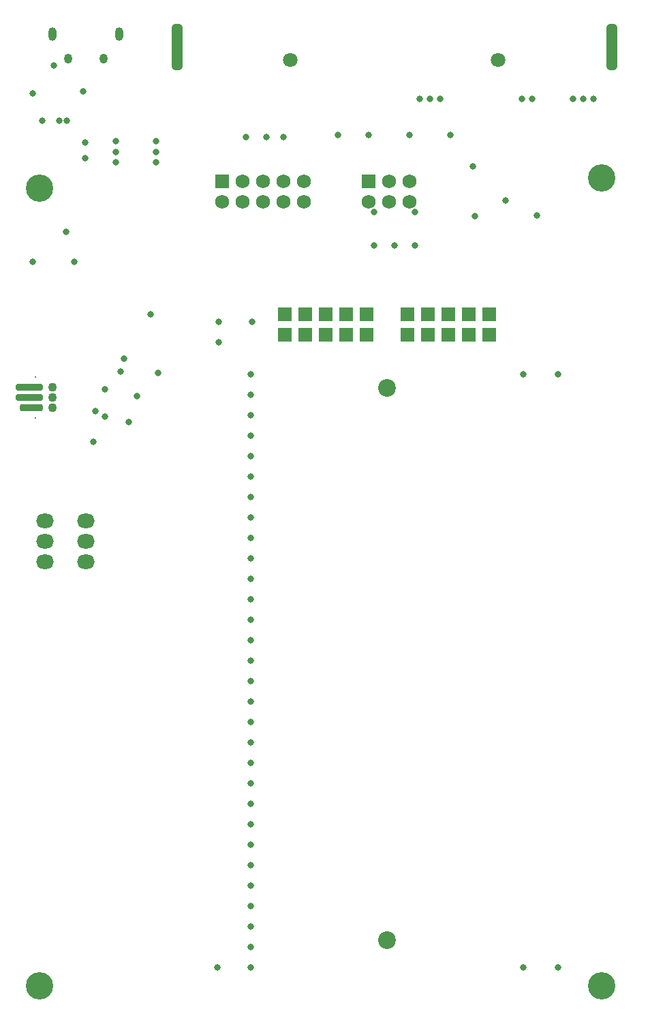
<source format=gbs>
G04*
G04 #@! TF.GenerationSoftware,Altium Limited,Altium Designer,21.7.2 (23)*
G04*
G04 Layer_Color=16711935*
%FSLAX44Y44*%
%MOMM*%
G71*
G04*
G04 #@! TF.SameCoordinates,00971F6B-01B7-437C-A71D-B90B6339D582*
G04*
G04*
G04 #@! TF.FilePolarity,Negative*
G04*
G01*
G75*
%ADD61O,2.2000X1.8000*%
%ADD62C,3.4000*%
%ADD63C,1.7500*%
%ADD64R,1.7500X1.7500*%
%ADD65O,1.0000X1.2000*%
%ADD66O,1.0000X1.7000*%
G04:AMPARAMS|DCode=67|XSize=5.7mm|YSize=1.3mm|CornerRadius=0.375mm|HoleSize=0mm|Usage=FLASHONLY|Rotation=270.000|XOffset=0mm|YOffset=0mm|HoleType=Round|Shape=RoundedRectangle|*
%AMROUNDEDRECTD67*
21,1,5.7000,0.5500,0,0,270.0*
21,1,4.9500,1.3000,0,0,270.0*
1,1,0.7500,-0.2750,-2.4750*
1,1,0.7500,-0.2750,2.4750*
1,1,0.7500,0.2750,2.4750*
1,1,0.7500,0.2750,-2.4750*
%
%ADD67ROUNDEDRECTD67*%
%ADD68C,1.8000*%
%ADD70C,0.2000*%
%ADD71C,2.2000*%
%ADD72R,1.8000X1.8000*%
%ADD73C,0.8000*%
G04:AMPARAMS|DCode=100|XSize=0.9mm|YSize=3.45mm|CornerRadius=0.351mm|HoleSize=0mm|Usage=FLASHONLY|Rotation=90.000|XOffset=0mm|YOffset=0mm|HoleType=Round|Shape=RoundedRectangle|*
%AMROUNDEDRECTD100*
21,1,0.9000,2.7480,0,0,90.0*
21,1,0.1980,3.4500,0,0,90.0*
1,1,0.7020,1.3740,0.0990*
1,1,0.7020,1.3740,-0.0990*
1,1,0.7020,-1.3740,-0.0990*
1,1,0.7020,-1.3740,0.0990*
%
%ADD100ROUNDEDRECTD100*%
G04:AMPARAMS|DCode=101|XSize=0.9mm|YSize=2.95mm|CornerRadius=0.351mm|HoleSize=0mm|Usage=FLASHONLY|Rotation=90.000|XOffset=0mm|YOffset=0mm|HoleType=Round|Shape=RoundedRectangle|*
%AMROUNDEDRECTD101*
21,1,0.9000,2.2480,0,0,90.0*
21,1,0.1980,2.9500,0,0,90.0*
1,1,0.7020,1.1240,0.0990*
1,1,0.7020,1.1240,-0.0990*
1,1,0.7020,-1.1240,-0.0990*
1,1,0.7020,-1.1240,0.0990*
%
%ADD101ROUNDEDRECTD101*%
%ADD102C,1.1000*%
D61*
X95250Y565150D02*
D03*
Y590550D02*
D03*
Y615950D02*
D03*
X44450Y565150D02*
D03*
Y590550D02*
D03*
Y615950D02*
D03*
D62*
X736600Y38100D02*
D03*
X38100Y1028700D02*
D03*
Y38100D02*
D03*
X736600Y1041400D02*
D03*
D63*
X472440Y1037590D02*
D03*
X497840D02*
D03*
X447040Y1012190D02*
D03*
X497840D02*
D03*
X472440D02*
D03*
X340800Y1037590D02*
D03*
Y1012190D02*
D03*
X290000D02*
D03*
X315400D02*
D03*
X264600D02*
D03*
X315400Y1037590D02*
D03*
X290000D02*
D03*
X366200Y1012190D02*
D03*
Y1037590D02*
D03*
D64*
X447040D02*
D03*
X264600D02*
D03*
D65*
X117960Y1189990D02*
D03*
X73510D02*
D03*
D66*
X137010Y1220470D02*
D03*
X53790D02*
D03*
D67*
X208790Y1203970D02*
D03*
X748790D02*
D03*
D68*
X608140Y1187870D02*
D03*
X349140D02*
D03*
D70*
X33150Y743912D02*
D03*
Y794312D02*
D03*
D71*
X469392Y95250D02*
D03*
X469900Y781050D02*
D03*
D72*
X444500Y871850D02*
D03*
X419100D02*
D03*
X393700D02*
D03*
X495300D02*
D03*
X520700D02*
D03*
X546100D02*
D03*
X342900D02*
D03*
X368300D02*
D03*
X596900D02*
D03*
X571500D02*
D03*
Y846450D02*
D03*
X596900D02*
D03*
X368300D02*
D03*
X342900D02*
D03*
X546100D02*
D03*
X520700D02*
D03*
X495300D02*
D03*
X393700D02*
D03*
X419100D02*
D03*
X444500D02*
D03*
D73*
X185674Y799482D02*
D03*
X158646Y770205D02*
D03*
X138684Y800862D02*
D03*
X142810Y817442D02*
D03*
X132734Y1074104D02*
D03*
X656321Y994664D02*
D03*
X453500Y999380D02*
D03*
X579374Y994156D02*
D03*
X478790Y957580D02*
D03*
X504190D02*
D03*
X701040Y1139919D02*
D03*
X713740D02*
D03*
X726440D02*
D03*
X302150Y862596D02*
D03*
X71374Y974598D02*
D03*
X617220Y1013206D02*
D03*
X176316Y871850D02*
D03*
X447040Y1094740D02*
D03*
X576834Y1056132D02*
D03*
X548640Y1094740D02*
D03*
X497840D02*
D03*
X294386Y1091946D02*
D03*
X408940Y1094740D02*
D03*
X320040Y1092200D02*
D03*
X340800D02*
D03*
X650240Y1139919D02*
D03*
X637540D02*
D03*
X535940D02*
D03*
X523240D02*
D03*
X510540D02*
D03*
X148635Y738364D02*
D03*
X104906Y713850D02*
D03*
X119382Y745600D02*
D03*
Y779152D02*
D03*
X107696Y752044D02*
D03*
X41402Y1112774D02*
D03*
X62636D02*
D03*
X94804Y1066292D02*
D03*
X182734Y1060958D02*
D03*
Y1074104D02*
D03*
Y1087560D02*
D03*
X132734D02*
D03*
Y1060958D02*
D03*
X94804Y1085292D02*
D03*
X81342Y937158D02*
D03*
X29464Y937744D02*
D03*
X29272Y1146404D02*
D03*
X55524Y1181038D02*
D03*
X92128Y1148904D02*
D03*
X72136Y1112774D02*
D03*
X639138Y60960D02*
D03*
Y797560D02*
D03*
X259080Y61104D02*
D03*
X260604Y837704D02*
D03*
X260350Y862850D02*
D03*
X453390Y957580D02*
D03*
X504190Y999490D02*
D03*
X300736Y60960D02*
D03*
Y86360D02*
D03*
Y111760D02*
D03*
Y137160D02*
D03*
Y162560D02*
D03*
Y187960D02*
D03*
Y213360D02*
D03*
Y238760D02*
D03*
Y264160D02*
D03*
Y289560D02*
D03*
Y314960D02*
D03*
Y340360D02*
D03*
Y365760D02*
D03*
Y391160D02*
D03*
Y416560D02*
D03*
Y441960D02*
D03*
Y467360D02*
D03*
Y492760D02*
D03*
Y518160D02*
D03*
Y543560D02*
D03*
Y568960D02*
D03*
Y594360D02*
D03*
Y619760D02*
D03*
Y645160D02*
D03*
Y670560D02*
D03*
Y695960D02*
D03*
Y721360D02*
D03*
Y746760D02*
D03*
Y772160D02*
D03*
Y797306D02*
D03*
X681990Y60960D02*
D03*
Y797560D02*
D03*
D100*
X25400Y769112D02*
D03*
Y781812D02*
D03*
D101*
X27900Y756412D02*
D03*
D102*
X54150Y781812D02*
D03*
Y769112D02*
D03*
Y756412D02*
D03*
M02*

</source>
